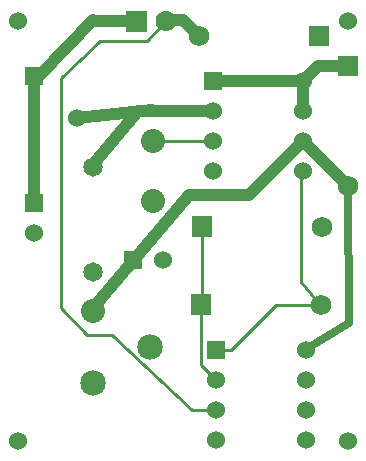
<source format=gtl>
G04 start of page 2 for group 0 idx 0 *
G04 Title: (unknown), top *
G04 Creator: pcb 20110918 *
G04 CreationDate: Tue 15 Sep 2015 23:47:47 GMT UTC *
G04 For: ksarkies *
G04 Format: Gerber/RS-274X *
G04 PCB-Dimensions: 130000 160000 *
G04 PCB-Coordinate-Origin: lower left *
%MOIN*%
%FSLAX25Y25*%
%LNTOP*%
%ADD27C,0.0280*%
%ADD26C,0.0350*%
%ADD25C,0.0280*%
%ADD24C,0.0440*%
%ADD23C,0.0300*%
%ADD22C,0.0380*%
%ADD21C,0.0850*%
%ADD20C,0.0800*%
%ADD19C,0.0700*%
%ADD18C,0.0680*%
%ADD17C,0.0650*%
%ADD16C,0.0800*%
%ADD15C,0.0600*%
%ADD14C,0.0001*%
%ADD13C,0.0250*%
%ADD12C,0.0100*%
%ADD11C,0.0400*%
G54D11*X49500Y150000D02*X35003D01*
X59500D02*X59000Y149500D01*
G54D12*X24500Y131000D02*X37500Y143500D01*
X53000D01*
X59500Y150000D01*
X33000Y45500D02*X24500Y54500D01*
Y131000D01*
X75000Y110000D02*X55000D01*
G54D11*X75000Y120000D02*X50000D01*
X34500Y101500D01*
X29678Y117678D02*X54822Y120178D01*
X35180Y150180D02*X17284Y132000D01*
X15536Y131820D02*X15500Y89500D01*
X60000Y150500D02*X65000D01*
X70500Y145000D01*
X75000Y130000D02*X105000D01*
X120000Y135000D02*X110000D01*
X105000Y130000D01*
Y120000D01*
G54D12*X104500Y63000D02*Y100500D01*
G54D11*X105000Y110000D02*X120000Y95000D01*
X67000Y92000D02*X87000D01*
X105000Y110000D01*
G54D13*X120000Y95000D02*X120500Y49500D01*
G54D12*X96000Y55500D02*X111000D01*
X111145Y55145D02*X104495Y62995D01*
G54D13*X120500Y49500D02*X105000Y40000D01*
G54D12*X35000Y53500D02*Y54500D01*
X76000Y40500D02*X81000D01*
X96000Y55500D01*
G54D11*X35000Y54500D02*X67000Y92000D01*
G54D12*X68000Y20500D02*X41500Y45500D01*
X33000D01*
X71500Y81500D02*X71000Y35500D01*
X76000Y30500D01*
Y20500D02*X68000D01*
G54D14*G36*
X46000Y153500D02*Y146500D01*
X53000D01*
Y153500D01*
X46000D01*
G37*
G36*
X12536Y134820D02*Y128820D01*
X18536D01*
Y134820D01*
X12536D01*
G37*
G54D15*X29678Y117678D03*
X10000Y150000D03*
X75000Y110000D03*
G54D16*X55000D03*
G54D17*X35000Y101500D03*
G54D15*X105000Y100000D03*
G54D18*X120000Y95000D03*
G54D15*X105000Y110000D03*
Y120000D03*
Y130000D03*
G54D14*G36*
X116600Y138400D02*Y131600D01*
X123400D01*
Y138400D01*
X116600D01*
G37*
G36*
X107100Y148400D02*Y141600D01*
X113900D01*
Y148400D01*
X107100D01*
G37*
G54D19*X59500Y150000D03*
G54D14*G36*
X72000Y133000D02*Y127000D01*
X78000D01*
Y133000D01*
X72000D01*
G37*
G54D15*X75000Y120000D03*
G54D18*X70500Y145000D03*
G54D15*X120000Y150000D03*
G54D20*X35000Y53500D03*
G54D21*X54000Y41400D03*
X35000Y29500D03*
G54D15*X76000Y30500D03*
X106000D03*
X76000Y20500D03*
X106000D03*
X76000Y10500D03*
X106000D03*
X120000Y10000D03*
X10000D03*
X75000Y100000D03*
G54D16*X55000Y90000D03*
G54D14*G36*
X12500Y92500D02*Y86500D01*
X18500D01*
Y92500D01*
X12500D01*
G37*
G54D15*X15500Y79500D03*
G54D14*G36*
X68100Y84900D02*Y78100D01*
X74900D01*
Y84900D01*
X68100D01*
G37*
G54D18*X111500Y81500D03*
G54D14*G36*
X73000Y43500D02*Y37500D01*
X79000D01*
Y43500D01*
X73000D01*
G37*
G54D15*X106000Y40500D03*
G54D18*X111000Y55500D03*
G54D14*G36*
X67600Y58900D02*Y52100D01*
X74400D01*
Y58900D01*
X67600D01*
G37*
G36*
X45500Y73500D02*Y67500D01*
X51500D01*
Y73500D01*
X45500D01*
G37*
G54D15*X58500Y70500D03*
G54D17*X35000Y66500D03*
G54D22*G54D23*G54D24*G54D25*G54D26*G54D11*G54D25*G54D22*G54D25*G54D22*G54D25*G54D22*G54D24*G54D27*G54D25*G54D24*G54D25*G54D26*G54D23*G54D22*G54D25*G54D22*G54D23*G54D11*M02*

</source>
